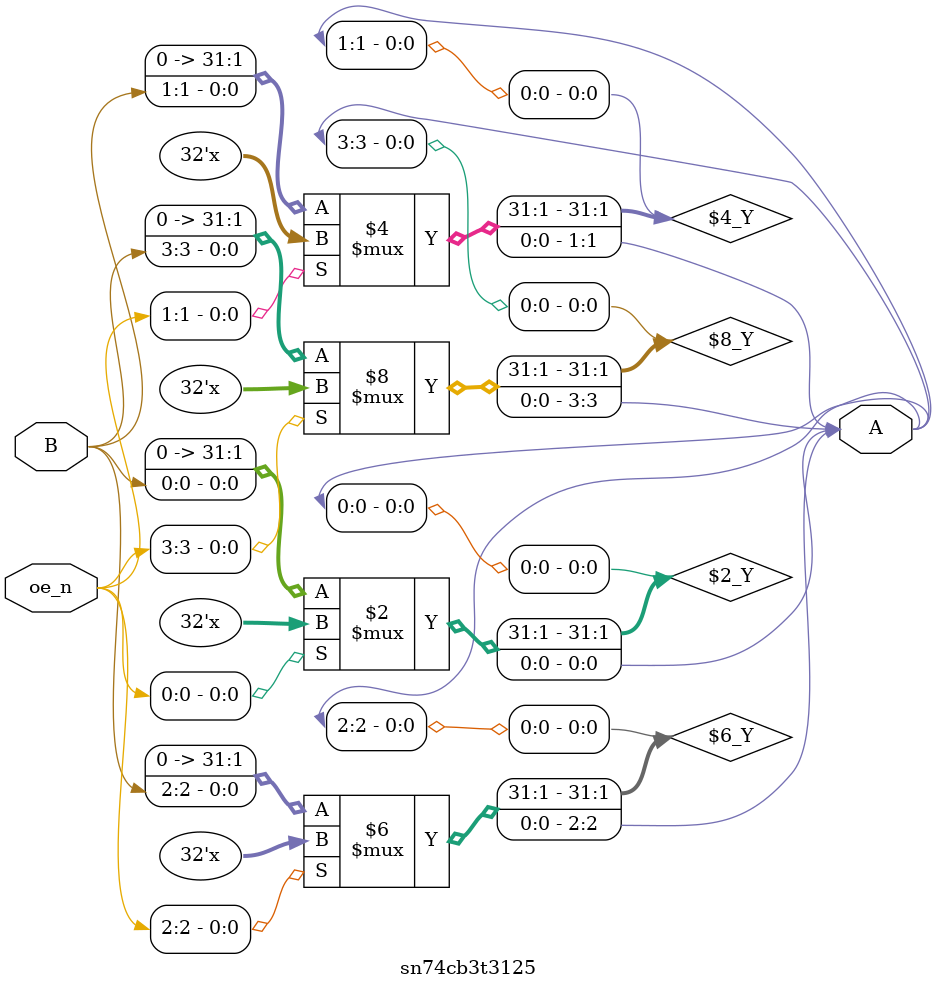
<source format=v>
module sn74cb3t3125
  (
   input [3:0] 	   oe_n,
   output [3:0]	   A,
   input [3:0]     B
   );

   /*
   wire [3:0] 	   tA;
   wire [3:0] 	   tB; 	   

   assign A[0] = oe_n[0] ? 'bZ : tA[0];
   assign A[1] = oe_n[1] ? 'bZ : tA[1];
   assign A[2] = oe_n[2] ? 'bZ : tA[2];
   assign A[3] = oe_n[3] ? 'bZ : tA[3];
   assign B[0] = oe_n[0] ? 'bZ : tB[0];
   assign B[1] = oe_n[1] ? 'bZ : tB[1];
   assign B[2] = oe_n[2] ? 'bZ : tB[2];
   assign B[3] = oe_n[3] ? 'bZ : tB[3];

   assign tA[0] = A[0] === 'bZ ? B[0] : 'bZ;
   assign tA[1] = A[1] === 'bZ ? B[1] : 'bZ;
   assign tA[2] = A[2] === 'bZ ? B[2] : 'bZ;
   assign tA[3] = A[3] === 'bZ ? B[3] : 'bZ;
   assign tB[0] = B[0] === 'bZ ? A[0] : 'bZ;
   assign tB[1] = B[1] === 'bZ ? A[1] : 'bZ;
   assign tB[2] = B[2] === 'bZ ? A[2] : 'bZ;
   assign tB[3] = B[3] === 'bZ ? A[3] : 'bZ;
    */

   assign A[0] = oe_n[0] ? 'bZ : B[0];
   assign A[1] = oe_n[1] ? 'bZ : B[1];
   assign A[2] = oe_n[2] ? 'bZ : B[2];
   assign A[3] = oe_n[3] ? 'bZ : B[3];
   
   
endmodule // sn74cb3t3125

</source>
